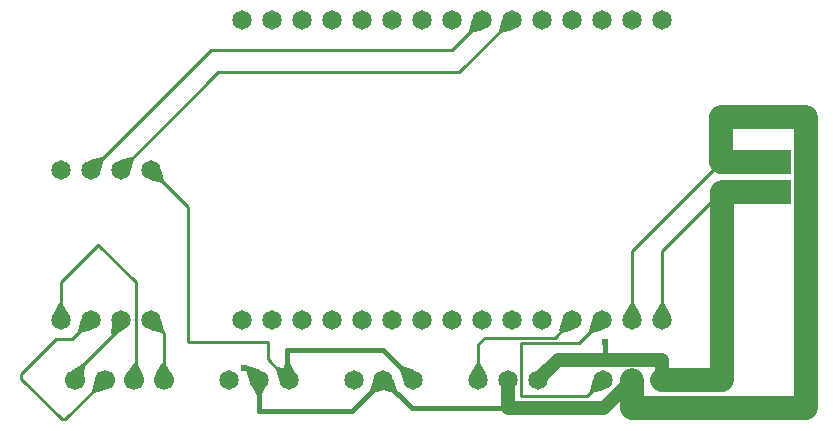
<source format=gtl>
G04 Layer: TopLayer*
G04 EasyEDA Pro v2.0.30.0bf95a9f.56a808, 2023-06-11 15:17:04*
G04 Gerber Generator version 0.3*
G04 Scale: 100 percent, Rotated: No, Reflected: No*
G04 Dimensions in millimeters*
G04 Leading zeros omitted, absolute positions, 3 integers and 3 decimals*
%FSLAX33Y33*%
%MOMM*%
%AMPolygonMacro1*4,1,4,-0.958,-0.999,0.968,-0.991,0.96,0.999,-0.968,0.991,-0.958,-0.999,0*%
%ADD10C,1.65*%
%ADD11C,1.7*%
%ADD12C,1.651*%
%ADD13PolygonMacro1*%
%ADD14C,0.61*%
%ADD15C,2.007*%
%ADD16C,1.194*%
%ADD17C,0.406*%
%ADD18C,0.254*%
G75*


G04 Tear Start*
G36*
G01X49297Y8711D02*
G01X49888Y9333D01*
G01X49044Y10177D01*
G01X48422Y9586D01*
G01X49297Y8711D01*
G37*
G36*
G01X45355Y8217D02*
G01X45377Y7360D01*
G01X46571Y7361D01*
G01X46593Y8217D01*
G01X45355D01*
G37*
G36*
G01X44093Y9309D02*
G01X43601Y10166D01*
G01X43347D01*
G01X42855Y9309D01*
G01X44093D01*
G37*
G36*
G01X59634Y9309D02*
G01X59612Y10166D01*
G01X58418D01*
G01X58396Y9309D01*
G01X59634D01*
G37*
G36*
G01X55691Y8815D02*
G01X55101Y8193D01*
G01X55945Y7349D01*
G01X56567Y7940D01*
G01X55691Y8815D01*
G37*
G36*
G01X53192Y8815D02*
G01X52933Y7861D01*
G01X53113Y7681D01*
G01X54067Y7940D01*
G01X53192Y8815D01*
G37*
G36*
G01X17469Y9325D02*
G01X16958Y10208D01*
G01X16704D01*
G01X16194Y9325D01*
G01X17469D01*
G37*
G36*
G01X15050Y9217D02*
G01X14593Y10185D01*
G01X14339Y10225D01*
G01X13791Y9419D01*
G01X15050Y9217D01*
G37*
G36*
G01X10983Y8816D02*
G01X10720Y7831D01*
G01X10899Y7652D01*
G01X11884Y7915D01*
G01X10983Y8816D01*
G37*
G36*
G01X10088Y9150D02*
G01X10173Y10040D01*
G01X9887Y10113D01*
G01X8852Y9465D01*
G01X10088Y9150D01*
G37*
G36*
G01X37985Y9586D02*
G01X37085Y9898D01*
G01X36798Y9611D01*
G01X37110Y8711D01*
G01X37985Y9586D01*
G37*
G36*
G01X34609Y8815D02*
G01X34297Y7915D01*
G01X34585Y7628D01*
G01X35485Y7940D01*
G01X34609Y8815D01*
G37*
G36*
G01X35381Y7940D02*
G01X36281Y7628D01*
G01X36568Y7915D01*
G01X36256Y8815D01*
G01X35381Y7940D01*
G37*
G36*
G01X27444Y9586D02*
G01X26490Y9845D01*
G01X26310Y9665D01*
G01X26569Y8711D01*
G01X27444Y9586D01*
G37*
G36*
G01X27950Y9371D02*
G01X27508Y10186D01*
G01X27102Y10143D01*
G01X26719Y9240D01*
G01X27950Y9371D01*
G37*
G36*
G01X24944Y9586D02*
G01X24044Y9898D01*
G01X23756Y9611D01*
G01X24068Y8711D01*
G01X24944Y9586D01*
G37*
G36*
G01X24273Y8217D02*
G01X24689Y7360D01*
G01X25095Y7361D01*
G01X25511Y8217D01*
G01X24273D01*
G37*
G36*
G01X59660Y14358D02*
G01X59182Y15240D01*
G01X58928Y15252D01*
G01X58423Y14419D01*
G01X59660Y14358D01*
G37*
G36*
G01X57120Y14358D02*
G01X56642Y15240D01*
G01X56388Y15252D01*
G01X55883Y14419D01*
G01X57120Y14358D01*
G37*
G36*
G01X53109Y13866D02*
G01X52870Y12917D01*
G01X53055Y12744D01*
G01X54015Y13021D01*
G01X53109Y13866D01*
G37*
G36*
G01X50569Y13866D02*
G01X50330Y12917D01*
G01X50515Y12744D01*
G01X51475Y13021D01*
G01X50569Y13866D01*
G37*
G36*
G01X45490Y39295D02*
G01X45232Y38340D01*
G01X45412Y38161D01*
G01X46366Y38419D01*
G01X45490Y39295D01*
G37*
G36*
G01X42950Y39295D02*
G01X42692Y38340D01*
G01X42872Y38161D01*
G01X43826Y38419D01*
G01X42950Y39295D01*
G37*
G36*
G01X15696Y13019D02*
G01X16651Y12761D01*
G01X16830Y12940D01*
G01X16572Y13895D01*
G01X15696Y13019D01*
G37*
G36*
G01X12471Y13472D02*
G01X12383Y12608D01*
G01X12668Y12534D01*
G01X13668Y13158D01*
G01X12471Y13472D01*
G37*
G36*
G01X9844Y13895D02*
G01X9586Y12940D01*
G01X9765Y12761D01*
G01X10720Y13019D01*
G01X9844Y13895D01*
G37*
G36*
G01X8747Y14389D02*
G01X8255Y15246D01*
G01X8001D01*
G01X7509Y14389D01*
G01X8747D01*
G37*
G36*
G01X15696Y25719D02*
G01X16651Y25461D01*
G01X16830Y25640D01*
G01X16572Y26595D01*
G01X15696Y25719D01*
G37*
G36*
G01X14032Y26491D02*
G01X14290Y27446D01*
G01X14111Y27625D01*
G01X13156Y27367D01*
G01X14032Y26491D01*
G37*
G36*
G01X11492Y26491D02*
G01X11750Y27446D01*
G01X11571Y27625D01*
G01X10616Y27367D01*
G01X11492Y26491D01*
G37*
G36*
G01X54000Y11736D02*
G01X54026Y11419D01*
G01X54432D01*
G01X54458Y11736D01*
G01X54000D01*
G37*
G04 Tear End*

G04 Pad Start*
G54D10*
G01X48474Y8763D03*
G01X45974Y8763D03*
G01X43474Y8763D03*
G01X59015Y8763D03*
G01X56515Y8763D03*
G01X54015Y8763D03*
G54D11*
G01X16831Y8763D03*
G01X14331Y8763D03*
G01X11831Y8763D03*
G01X9331Y8763D03*
G54D10*
G01X37933Y8763D03*
G01X35433Y8763D03*
G01X32933Y8763D03*
G01X27392Y8763D03*
G01X24892Y8763D03*
G01X22392Y8763D03*
G54D12*
G01X59014Y13843D03*
G01X56474Y13843D03*
G01X53934Y13843D03*
G01X51394Y13843D03*
G01X48854Y13843D03*
G01X46314Y13843D03*
G01X43774Y13843D03*
G01X41234Y13843D03*
G01X38694Y13843D03*
G01X36154Y13843D03*
G01X33614Y13843D03*
G01X31074Y13843D03*
G01X28534Y13843D03*
G01X25994Y13843D03*
G01X23454Y13843D03*
G01X59014Y39243D03*
G01X56474Y39243D03*
G01X53934Y39243D03*
G01X51394Y39243D03*
G01X48854Y39243D03*
G01X46314Y39243D03*
G01X43774Y39243D03*
G01X41234Y39243D03*
G01X38694Y39243D03*
G01X36154Y39243D03*
G01X33614Y39243D03*
G01X31074Y39243D03*
G01X28534Y39243D03*
G01X25994Y39243D03*
G01X23454Y39243D03*
G01X15748Y13843D03*
G01X13208Y13843D03*
G01X10668Y13843D03*
G01X8128Y13843D03*
G01X15748Y26543D03*
G01X13208Y26543D03*
G01X10668Y26543D03*
G01X8128Y26543D03*
G54D13*
G01X69025Y24638D03*
G01X69025Y27178D03*
G04 Pad End*

G04 Via Start*
G54D14*
G01X54229Y11938D03*
G01X23622Y9779D03*
G04 Via End*

G04 Track Start*
G54D15*
G01X68961Y27178D02*
G01X64008Y27178D01*
G01X64135Y24638D02*
G01X64135Y8763D01*
G01X59015D01*
G01X68961Y24638D02*
G01X64135Y24638D01*
G01X64008Y27178D02*
G01X64008Y30988D01*
G01X56515Y6350D02*
G01X56515Y8763D01*
G54D16*
G01X59015Y8763D02*
G01X59015Y10465D01*
G01X50176Y10465D02*
G01X48474Y8763D01*
G01X56515Y8763D02*
G01X54102Y6350D01*
G01X45974D01*
G01Y8763D01*
G54D17*
G01X54229Y11938D02*
G01X54229Y10468D01*
G01X54232Y10465D01*
G54D16*
G01X59015Y10465D02*
G01X54232Y10465D01*
G01X50176D01*
G54D17*
G01X45974Y6350D02*
G01X37846Y6350D01*
G01X35433Y8763D01*
G01X37933Y8763D02*
G01X35393Y11303D01*
G01X27305D01*
G01Y8850D01*
G01X35433Y8763D02*
G01X32766Y6096D01*
G01X24892D01*
G01Y8763D01*
G54D15*
G01X71247Y6350D02*
G01X56515Y6350D01*
G01X64008Y30988D02*
G01X71247Y30988D01*
G01Y6350D01*
G54D17*
G01X24892Y8763D02*
G01X23876Y9779D01*
G01X23622D01*
G54D18*
G01X53975Y13843D02*
G01X52008Y11876D01*
G01X47078Y7401D02*
G01X52653Y7401D01*
G01X43985Y12322D02*
G01X43474Y11811D01*
G01X25654Y11938D02*
G01X18923Y11938D01*
G01X18923Y23368D02*
G01X15748Y26543D01*
G54D17*
G01X27392Y8763D02*
G01X27305Y8850D01*
G54D18*
G01X52008Y11876D02*
G01X47078Y11876D01*
G01Y7401D01*
G01X52653Y7401D02*
G01X54015Y8763D01*
G01X51435Y13843D02*
G01X49914Y12322D01*
G01X43985D01*
G01X43474Y11811D02*
G01X43474Y8763D01*
G01X56515Y13843D02*
G01X56515Y19685D01*
G01X64008Y27178D01*
G01X59055Y13843D02*
G01X59055Y19685D01*
G01X64008Y24638D01*
G01X27305Y8850D02*
G01X25654Y10501D01*
G01Y11938D01*
G01X18923Y11938D02*
G01X18923Y23368D01*
G01X46314Y39243D02*
G01X41865Y34794D01*
G01X21459D01*
G01X13208Y26543D01*
G01X43774Y39243D02*
G01X41204Y36672D01*
G01X20797D01*
G01X10668Y26543D01*
G01X16831Y8763D02*
G01X16831Y12760D01*
G01X15748Y13843D01*
G01X9331Y8763D02*
G01X9331Y9377D01*
G01X13208Y13254D01*
G01Y13843D01*
G01X11831Y8763D02*
G01X8500Y5432D01*
G01X8182D01*
G01X4781Y8832D01*
G01Y9290D01*
G01X7725Y12233D01*
G01X9058D01*
G01X10668Y13843D01*
G01X14331Y8763D02*
G01X14466Y8898D01*
G01Y17024D01*
G01X11297Y20193D01*
G01X8128Y17024D01*
G01Y13843D01*
G04 Track End*

M02*

</source>
